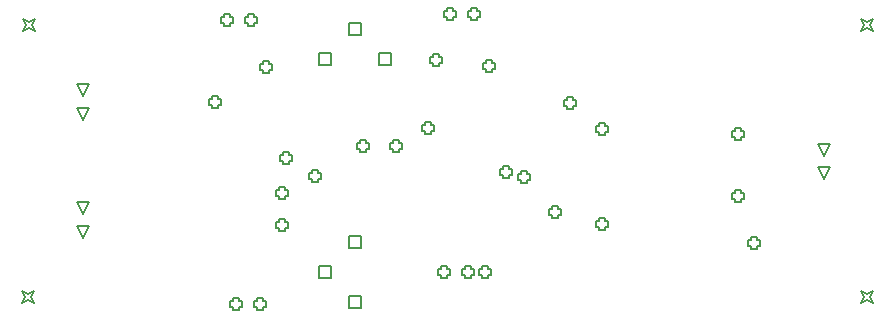
<source format=gbr>
G04*
G04 #@! TF.GenerationSoftware,Altium Limited,Altium Designer,23.8.1 (32)*
G04*
G04 Layer_Color=2752767*
%FSLAX43Y43*%
%MOMM*%
G71*
G04*
G04 #@! TF.SameCoordinates,4157314E-2F8B-4695-BFB2-F8FC6B21436D*
G04*
G04*
G04 #@! TF.FilePolarity,Positive*
G04*
G01*
G75*
%ADD49C,0.127*%
D49*
X7627Y20042D02*
X7119Y21058D01*
X8135D01*
X7627Y20042D01*
Y18042D02*
X7119Y19058D01*
X8135D01*
X7627Y18042D01*
X2492Y2542D02*
X2746Y3050D01*
X2492Y3558D01*
X3000Y3304D01*
X3508Y3558D01*
X3254Y3050D01*
X3508Y2542D01*
X3000Y2796D01*
X2492Y2542D01*
X2542Y25542D02*
X2796Y26050D01*
X2542Y26558D01*
X3050Y26304D01*
X3558Y26558D01*
X3304Y26050D01*
X3558Y25542D01*
X3050Y25796D01*
X2542Y25542D01*
X7627Y10042D02*
X7119Y11058D01*
X8135D01*
X7627Y10042D01*
Y8042D02*
X7119Y9058D01*
X8135D01*
X7627Y8042D01*
X70373Y12992D02*
X69865Y14008D01*
X70881D01*
X70373Y12992D01*
Y14992D02*
X69865Y16008D01*
X70881D01*
X70373Y14992D01*
X73542Y2542D02*
X73796Y3050D01*
X73542Y3558D01*
X74050Y3304D01*
X74558Y3558D01*
X74304Y3050D01*
X74558Y2542D01*
X74050Y2796D01*
X73542Y2542D01*
Y25542D02*
X73796Y26050D01*
X73542Y26558D01*
X74050Y26304D01*
X74558Y26558D01*
X74304Y26050D01*
X74558Y25542D01*
X74050Y25796D01*
X73542Y25542D01*
X27652Y22702D02*
Y23718D01*
X28668D01*
Y22702D01*
X27652D01*
X30192Y25242D02*
Y26258D01*
X31208D01*
Y25242D01*
X30192D01*
X32732Y22702D02*
Y23718D01*
X33748D01*
Y22702D01*
X32732D01*
X30157Y2127D02*
Y3143D01*
X31173D01*
Y2127D01*
X30157D01*
X27617Y4667D02*
Y5683D01*
X28633D01*
Y4667D01*
X27617D01*
X30157Y7207D02*
Y8223D01*
X31173D01*
Y7207D01*
X30157D01*
X24621Y14536D02*
Y14282D01*
X25129D01*
Y14536D01*
X25383D01*
Y15044D01*
X25129D01*
Y15298D01*
X24621D01*
Y15044D01*
X24367D01*
Y14536D01*
X24621D01*
X33871Y15546D02*
Y15292D01*
X34379D01*
Y15546D01*
X34633D01*
Y16054D01*
X34379D01*
Y16308D01*
X33871D01*
Y16054D01*
X33617D01*
Y15546D01*
X33871D01*
X43246Y13371D02*
Y13117D01*
X43754D01*
Y13371D01*
X44008D01*
Y13879D01*
X43754D01*
Y14133D01*
X43246D01*
Y13879D01*
X42992D01*
Y13371D01*
X43246D01*
X51346Y8996D02*
Y8742D01*
X51854D01*
Y8996D01*
X52108D01*
Y9504D01*
X51854D01*
Y9758D01*
X51346D01*
Y9504D01*
X51092D01*
Y8996D01*
X51346D01*
X47346Y9946D02*
Y9692D01*
X47854D01*
Y9946D01*
X48108D01*
Y10454D01*
X47854D01*
Y10708D01*
X47346D01*
Y10454D01*
X47092D01*
Y9946D01*
X47346D01*
X51346Y16996D02*
Y16742D01*
X51854D01*
Y16996D01*
X52108D01*
Y17504D01*
X51854D01*
Y17758D01*
X51346D01*
Y17504D01*
X51092D01*
Y16996D01*
X51346D01*
X64171Y7396D02*
Y7142D01*
X64679D01*
Y7396D01*
X64933D01*
Y7904D01*
X64679D01*
Y8158D01*
X64171D01*
Y7904D01*
X63917D01*
Y7396D01*
X64171D01*
X62846Y11346D02*
Y11092D01*
X63354D01*
Y11346D01*
X63608D01*
Y11854D01*
X63354D01*
Y12108D01*
X62846D01*
Y11854D01*
X62592D01*
Y11346D01*
X62846D01*
X62821Y16546D02*
Y16292D01*
X63329D01*
Y16546D01*
X63583D01*
Y17054D01*
X63329D01*
Y17308D01*
X62821D01*
Y17054D01*
X62567D01*
Y16546D01*
X62821D01*
X40506Y26721D02*
Y26467D01*
X41014D01*
Y26721D01*
X41268D01*
Y27229D01*
X41014D01*
Y27483D01*
X40506D01*
Y27229D01*
X40252D01*
Y26721D01*
X40506D01*
X20346Y2221D02*
Y1967D01*
X20854D01*
Y2221D01*
X21108D01*
Y2729D01*
X20854D01*
Y2983D01*
X20346D01*
Y2729D01*
X20092D01*
Y2221D01*
X20346D01*
X24246Y11631D02*
Y11377D01*
X24754D01*
Y11631D01*
X25008D01*
Y12139D01*
X24754D01*
Y12393D01*
X24246D01*
Y12139D01*
X23992D01*
Y11631D01*
X24246D01*
X21621Y26221D02*
Y25967D01*
X22129D01*
Y26221D01*
X22383D01*
Y26729D01*
X22129D01*
Y26983D01*
X21621D01*
Y26729D01*
X21367D01*
Y26221D01*
X21621D01*
X22896Y22221D02*
Y21967D01*
X23404D01*
Y22221D01*
X23658D01*
Y22729D01*
X23404D01*
Y22983D01*
X22896D01*
Y22729D01*
X22642D01*
Y22221D01*
X22896D01*
X22361Y2221D02*
Y1967D01*
X22869D01*
Y2221D01*
X23123D01*
Y2729D01*
X22869D01*
Y2983D01*
X22361D01*
Y2729D01*
X22107D01*
Y2221D01*
X22361D01*
X24271Y8921D02*
Y8667D01*
X24779D01*
Y8921D01*
X25033D01*
Y9429D01*
X24779D01*
Y9683D01*
X24271D01*
Y9429D01*
X24017D01*
Y8921D01*
X24271D01*
X27071Y12996D02*
Y12742D01*
X27579D01*
Y12996D01*
X27833D01*
Y13504D01*
X27579D01*
Y13758D01*
X27071D01*
Y13504D01*
X26817D01*
Y12996D01*
X27071D01*
X48621Y19221D02*
Y18967D01*
X49129D01*
Y19221D01*
X49383D01*
Y19729D01*
X49129D01*
Y19983D01*
X48621D01*
Y19729D01*
X48367D01*
Y19221D01*
X48621D01*
X44746Y12946D02*
Y12692D01*
X45254D01*
Y12946D01*
X45508D01*
Y13454D01*
X45254D01*
Y13708D01*
X44746D01*
Y13454D01*
X44492D01*
Y12946D01*
X44746D01*
X41421Y4896D02*
Y4642D01*
X41929D01*
Y4896D01*
X42183D01*
Y5404D01*
X41929D01*
Y5658D01*
X41421D01*
Y5404D01*
X41167D01*
Y4896D01*
X41421D01*
X36646Y17111D02*
Y16857D01*
X37154D01*
Y17111D01*
X37408D01*
Y17619D01*
X37154D01*
Y17873D01*
X36646D01*
Y17619D01*
X36392D01*
Y17111D01*
X36646D01*
X37271Y22821D02*
Y22567D01*
X37779D01*
Y22821D01*
X38033D01*
Y23329D01*
X37779D01*
Y23583D01*
X37271D01*
Y23329D01*
X37017D01*
Y22821D01*
X37271D01*
X39971Y4896D02*
Y4642D01*
X40479D01*
Y4896D01*
X40733D01*
Y5404D01*
X40479D01*
Y5658D01*
X39971D01*
Y5404D01*
X39717D01*
Y4896D01*
X39971D01*
X41776Y22321D02*
Y22067D01*
X42284D01*
Y22321D01*
X42538D01*
Y22829D01*
X42284D01*
Y23083D01*
X41776D01*
Y22829D01*
X41522D01*
Y22321D01*
X41776D01*
X31121Y15546D02*
Y15292D01*
X31629D01*
Y15546D01*
X31883D01*
Y16054D01*
X31629D01*
Y16308D01*
X31121D01*
Y16054D01*
X30867D01*
Y15546D01*
X31121D01*
X38506Y26721D02*
Y26467D01*
X39014D01*
Y26721D01*
X39268D01*
Y27229D01*
X39014D01*
Y27483D01*
X38506D01*
Y27229D01*
X38252D01*
Y26721D01*
X38506D01*
X19621Y26221D02*
Y25967D01*
X20129D01*
Y26221D01*
X20383D01*
Y26729D01*
X20129D01*
Y26983D01*
X19621D01*
Y26729D01*
X19367D01*
Y26221D01*
X19621D01*
X37971Y4896D02*
Y4642D01*
X38479D01*
Y4896D01*
X38733D01*
Y5404D01*
X38479D01*
Y5658D01*
X37971D01*
Y5404D01*
X37717D01*
Y4896D01*
X37971D01*
X18596Y19261D02*
Y19007D01*
X19104D01*
Y19261D01*
X19358D01*
Y19769D01*
X19104D01*
Y20023D01*
X18596D01*
Y19769D01*
X18342D01*
Y19261D01*
X18596D01*
M02*

</source>
